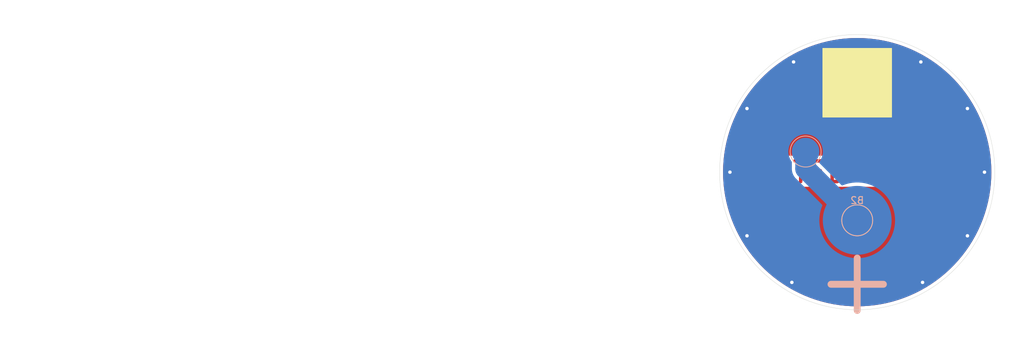
<source format=kicad_pcb>
(kicad_pcb (version 20240108) (generator "pcbnew") (generator_version "8.0")
  (layers (0 "F.Cu" signal) (31 "B.Cu" signal) (34 "B.Paste" user) (35 "F.Paste" user) (36 "B.SilkS" user "B.Silkscreen") (37 "F.SilkS" user "F.Silkscreen") (38 "B.Mask" user) (39 "F.Mask" user) (44 "Edge.Cuts" user))
  (net 0 "")
  (net 1 "GND")
  (net 2 "+3V0")
  (footprint "TestPoint:TestPoint_THTPad_D1.0mm_Drill0.5mm" (layer "F.Cu") (at 133.97853 40.75 120)
    (property "Reference" "T51" (hide yes))
    (property "Value" "TestPoint_THTPad_D1.0mm_Drill0.5mm" (hide yes))
    (pad "1" thru_hole circle (at 0 0 120) (size 0.6 0.6) (drill 0.5) (layers "*.Cu" "*.Mask") (net 1 "GND"))
  )
  (footprint "TestPoint:TestPoint_THTPad_D1.0mm_Drill0.5mm" (layer "F.Cu") (at 166.021469 40.75)
    (property "Reference" "T43" (hide yes))
    (property "Value" "TestPoint_THTPad_D1.0mm_Drill0.5mm" (hide yes))
    (pad "1" thru_hole circle (at 0 0) (size 0.6 0.6) (drill 0.5) (layers "*.Cu" "*.Mask") (net 1 "GND"))
  )
  (footprint "TestPoint:TestPoint_THTPad_D1.0mm_Drill0.5mm" (layer "F.Cu") (at 131.5 50 150)
    (property "Reference" "T50" (hide yes))
    (property "Value" "TestPoint_THTPad_D1.0mm_Drill0.5mm" (hide yes))
    (pad "1" thru_hole circle (at 0 0 150) (size 0.6 0.6) (drill 0.5) (layers "*.Cu" "*.Mask") (net 1 "GND"))
  )
  (footprint "TestPoint:TestPoint_THTPad_D1.0mm_Drill0.5mm" (layer "F.Cu") (at 140.5 66.021469 -150)
    (property "Reference" "T48" (hide yes))
    (property "Value" "TestPoint_THTPad_D1.0mm_Drill0.5mm" (hide yes))
    (pad "1" thru_hole circle (at 0 0 210) (size 0.6 0.6) (drill 0.5) (layers "*.Cu" "*.Mask") (net 1 "GND"))
  )
  (footprint "TestPoint:TestPoint_THTPad_D1.0mm_Drill0.5mm" (layer "F.Cu") (at 168.5 50 -30)
    (property "Reference" "T44" (hide yes))
    (property "Value" "TestPoint_THTPad_D1.0mm_Drill0.5mm" (hide yes))
    (pad "1" thru_hole circle (at 0 0 330) (size 0.6 0.6) (drill 0.5) (layers "*.Cu" "*.Mask") (net 1 "GND"))
  )
  (footprint "TestPoint:TestPoint_THTPad_D1.0mm_Drill0.5mm" (layer "F.Cu") (at 166.021469 59.25 -60)
    (property "Reference" "T45" (hide yes))
    (property "Value" "TestPoint_THTPad_D1.0mm_Drill0.5mm" (hide yes))
    (pad "1" thru_hole circle (at 0 0 300) (size 0.6 0.6) (drill 0.5) (layers "*.Cu" "*.Mask") (net 1 "GND"))
  )
  (footprint "TestPoint:TestPoint_THTPad_D1.0mm_Drill0.5mm" (layer "F.Cu") (at 159.5 66.021469 -90)
    (property "Reference" "T46" (hide yes))
    (property "Value" "TestPoint_THTPad_D1.0mm_Drill0.5mm" (hide yes))
    (pad "1" thru_hole circle (at 0 0 270) (size 0.6 0.6) (drill 0.5) (layers "*.Cu" "*.Mask") (net 1 "GND"))
  )
  (footprint "TestPoint:TestPoint_THTPad_D1.0mm_Drill0.5mm" (layer "F.Cu") (at 140.75 33.97853 60)
    (property "Reference" "T52" (hide yes))
    (property "Value" "TestPoint_THTPad_D1.0mm_Drill0.5mm" (hide yes))
    (pad "1" thru_hole circle (at 0 0 60) (size 0.6 0.6) (drill 0.5) (layers "*.Cu" "*.Mask") (net 1 "GND"))
  )
  (footprint "TestPoint:TestPoint_THTPad_D1.0mm_Drill0.5mm" (layer "F.Cu") (at 133.97853 59.25 180)
    (property "Reference" "T49" (hide yes))
    (property "Value" "TestPoint_THTPad_D1.0mm_Drill0.5mm" (hide yes))
    (pad "1" thru_hole circle (at 0 0 180) (size 0.6 0.6) (drill 0.5) (layers "*.Cu" "*.Mask") (net 1 "GND"))
  )
  (footprint "TestPoint:TestPoint_THTPad_D1.0mm_Drill0.5mm" (layer "F.Cu") (at 159.25 33.97853 30)
    (property "Reference" "T42" (hide yes))
    (property "Value" "TestPoint_THTPad_D1.0mm_Drill0.5mm" (hide yes))
    (pad "1" thru_hole circle (at 0 0 30) (size 0.6 0.6) (drill 0.5) (layers "*.Cu" "*.Mask") (net 1 "GND"))
  )
  (footprint "TestPoint:TestPoint_Pad_D4.0mm" (layer "B.Cu") (at 142.5 47 180)
    (property "Reference" "REF**" (hide yes))
    (property "Value" "TestPoint_Pad_D4.0mm" (hide yes))
    (fp_circle (center 0 0) (end 0 -2.25) (stroke (width 0.12)) (fill none) (layer "B.SilkS"))
    (pad "1" smd circle (at 0 0 180) (size 4 4) (layers "B.Cu" "B.Mask") (net 2 "+3V0"))
  )
  (footprint "TestPoint:TestPoint_Pad_D4.0mm" (layer "B.Cu") (at 150 57 180)
    (property "Reference" "+" (at 0 -8.532 0) (layer "B.SilkS") (effects (font (size 10 10) (thickness 1)) (justify mirror)))
    (property "Value" "BAT+")
    (fp_circle (center 0 0) (end 0 -2.25) (stroke (width 0.12)) (fill none) (layer "B.SilkS"))
    (pad "1" smd circle (at 0 0 180) (size 10 10) (layers "B.Cu" "B.Mask") (net 2 "+3V0"))
  )
  (footprint "TestPoint:TestPoint_Pad_D4.0mm" (layer "B.Cu") (at 150 57 180)
    (property "Reference" "B2" (at 0 2.898 0) (layer "B.SilkS") (effects (justify mirror)))
    (property "Value" "BAT+")
    (fp_circle (center 0 0) (end 0 -2.25) (stroke (width 0.12)) (fill none) (layer "B.SilkS"))
    (pad "1" smd circle (at 0 0 180) (size 4 4) (layers "B.Cu" "B.Mask") (net 2 "+3V0"))
  )
  (gr_rect (start 145 32) (end 155 42) (stroke (width 0.1)) (fill solid) (layer "F.SilkS"))
  (gr_circle (center 150 50) (end 170 50) (stroke (width 0.05)) (fill none) (layer "Edge.Cuts"))
  (gr_text "LIMITED EDITION" (at 150 50 0) (layer "F.Cu") (effects (font (size 3 3) (thickness 0.5) (bold yes))))
  (segment (start 142.5 49.5) (end 150 57) (width 3) (layer "B.Cu") (net 2))
  (segment (start 142.5 47) (end 142.5 49.5) (width 3) (layer "B.Cu") (net 2))
  (zone (net 1) (net_name "GND") (layers "F&B.Cu") (connect_pads (clearance 0.5)) (min_thickness 0.25) (fill yes (thermal_gap 0.5) (thermal_bridge_width 0.5))
    (polygon (pts (xy 25.4 26.924) (xy 174.244 26.924) (xy 174.244 72.39) (xy 118.11 72.39) (xy 25.4 72.39)))
  )
)
</source>
